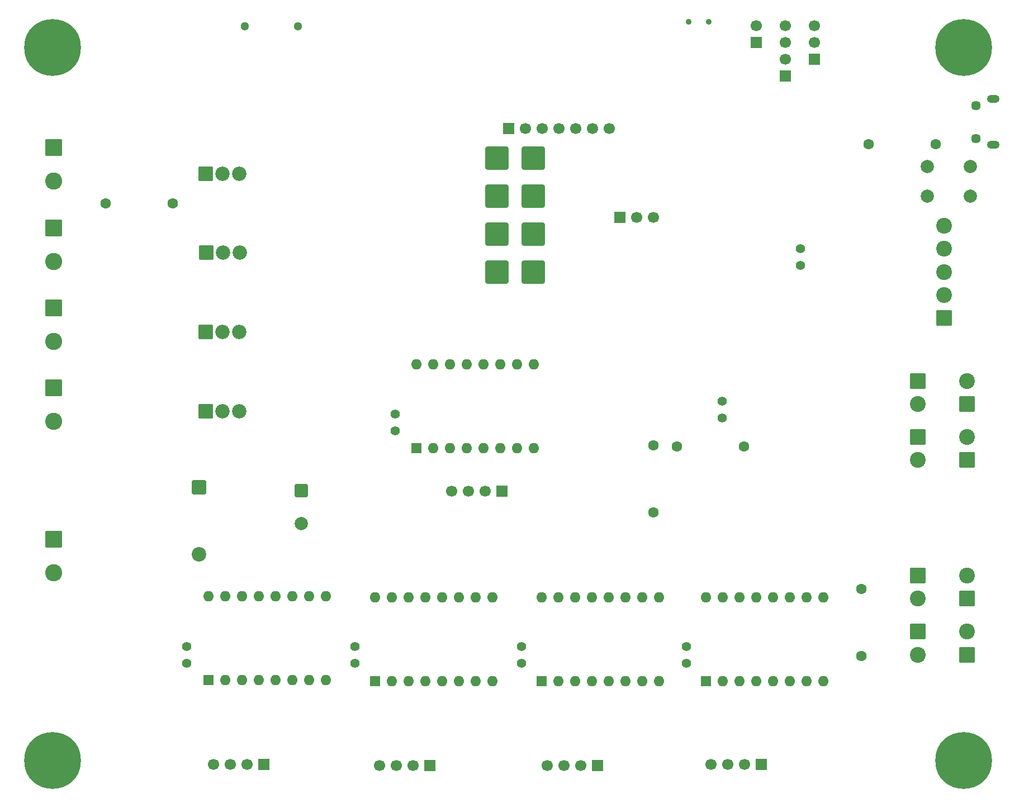
<source format=gbr>
%TF.GenerationSoftware,KiCad,Pcbnew,9.0.2*%
%TF.CreationDate,2025-07-27T13:17:30+02:00*%
%TF.ProjectId,HydrogelBioprinter,48796472-6f67-4656-9c42-696f7072696e,rev?*%
%TF.SameCoordinates,Original*%
%TF.FileFunction,Soldermask,Bot*%
%TF.FilePolarity,Negative*%
%FSLAX46Y46*%
G04 Gerber Fmt 4.6, Leading zero omitted, Abs format (unit mm)*
G04 Created by KiCad (PCBNEW 9.0.2) date 2025-07-27 13:17:30*
%MOMM*%
%LPD*%
G01*
G04 APERTURE LIST*
G04 Aperture macros list*
%AMRoundRect*
0 Rectangle with rounded corners*
0 $1 Rounding radius*
0 $2 $3 $4 $5 $6 $7 $8 $9 X,Y pos of 4 corners*
0 Add a 4 corners polygon primitive as box body*
4,1,4,$2,$3,$4,$5,$6,$7,$8,$9,$2,$3,0*
0 Add four circle primitives for the rounded corners*
1,1,$1+$1,$2,$3*
1,1,$1+$1,$4,$5*
1,1,$1+$1,$6,$7*
1,1,$1+$1,$8,$9*
0 Add four rect primitives between the rounded corners*
20,1,$1+$1,$2,$3,$4,$5,0*
20,1,$1+$1,$4,$5,$6,$7,0*
20,1,$1+$1,$6,$7,$8,$9,0*
20,1,$1+$1,$8,$9,$2,$3,0*%
G04 Aperture macros list end*
%ADD10R,1.600000X1.600000*%
%ADD11O,1.600000X1.600000*%
%ADD12RoundRect,0.250001X0.949999X-0.949999X0.949999X0.949999X-0.949999X0.949999X-0.949999X-0.949999X0*%
%ADD13C,2.400000*%
%ADD14R,1.700000X1.700000*%
%ADD15C,1.700000*%
%ADD16C,1.600000*%
%ADD17RoundRect,0.250000X-1.050000X1.050000X-1.050000X-1.050000X1.050000X-1.050000X1.050000X1.050000X0*%
%ADD18C,2.600000*%
%ADD19RoundRect,0.250000X-0.750000X0.750000X-0.750000X-0.750000X0.750000X-0.750000X0.750000X0.750000X0*%
%ADD20C,2.000000*%
%ADD21RoundRect,0.102000X-0.990000X-0.990000X0.990000X-0.990000X0.990000X0.990000X-0.990000X0.990000X0*%
%ADD22C,2.184000*%
%ADD23C,8.600000*%
%ADD24RoundRect,0.250001X-0.949999X0.949999X-0.949999X-0.949999X0.949999X-0.949999X0.949999X0.949999X0*%
%ADD25C,1.400000*%
%ADD26RoundRect,0.250002X1.499998X1.499998X-1.499998X1.499998X-1.499998X-1.499998X1.499998X-1.499998X0*%
%ADD27C,1.300000*%
%ADD28C,0.900000*%
%ADD29RoundRect,0.249999X-0.850001X0.850001X-0.850001X-0.850001X0.850001X-0.850001X0.850001X0.850001X0*%
%ADD30C,2.200000*%
%ADD31O,1.900000X1.200000*%
%ADD32C,1.450000*%
G04 APERTURE END LIST*
D10*
%TO.C,A3*%
X148030000Y-134500000D03*
D11*
X150570000Y-134500000D03*
X153110000Y-134500000D03*
X155650000Y-134500000D03*
X158190000Y-134500000D03*
X160730000Y-134500000D03*
X163270000Y-134500000D03*
X165810000Y-134500000D03*
X165810000Y-121800000D03*
X163270000Y-121800000D03*
X160730000Y-121800000D03*
X158190000Y-121800000D03*
X155650000Y-121800000D03*
X153110000Y-121800000D03*
X150570000Y-121800000D03*
X148030000Y-121800000D03*
%TD*%
D10*
%TO.C,A1*%
X97610000Y-134340000D03*
D11*
X100150000Y-134340000D03*
X102690000Y-134340000D03*
X105230000Y-134340000D03*
X107770000Y-134340000D03*
X110310000Y-134340000D03*
X112850000Y-134340000D03*
X115390000Y-134340000D03*
X115390000Y-121640000D03*
X112850000Y-121640000D03*
X110310000Y-121640000D03*
X107770000Y-121640000D03*
X105230000Y-121640000D03*
X102690000Y-121640000D03*
X100150000Y-121640000D03*
X97610000Y-121640000D03*
%TD*%
D12*
%TO.C,J35*%
X212500000Y-122000000D03*
D13*
X212500000Y-118500000D03*
%TD*%
D14*
%TO.C,J2*%
X143010000Y-50750000D03*
D15*
X145550000Y-50750000D03*
X148090000Y-50750000D03*
X150630000Y-50750000D03*
X153170000Y-50750000D03*
X155710000Y-50750000D03*
X158250000Y-50750000D03*
%TD*%
D16*
%TO.C,R2*%
X178660000Y-98950000D03*
X168500000Y-98950000D03*
%TD*%
D17*
%TO.C,J41*%
X74160000Y-53680000D03*
D18*
X74160000Y-58760000D03*
%TD*%
D17*
%TO.C,J42*%
X74160000Y-65805000D03*
D18*
X74160000Y-70885000D03*
%TD*%
D19*
%TO.C,C1*%
X111660000Y-105600000D03*
D20*
X111660000Y-110600000D03*
%TD*%
D21*
%TO.C,Q3*%
X97160000Y-57600000D03*
D22*
X99700000Y-57600000D03*
X102240000Y-57600000D03*
%TD*%
D12*
%TO.C,J32*%
X209000000Y-79500000D03*
D13*
X209000000Y-76000000D03*
X209000000Y-72500000D03*
X209000000Y-69000000D03*
X209000000Y-65500000D03*
%TD*%
D16*
%TO.C,R28*%
X92160000Y-62100000D03*
X82000000Y-62100000D03*
%TD*%
D10*
%TO.C,A4*%
X172920000Y-134490000D03*
D11*
X175460000Y-134490000D03*
X178000000Y-134490000D03*
X180540000Y-134490000D03*
X183080000Y-134490000D03*
X185620000Y-134490000D03*
X188160000Y-134490000D03*
X190700000Y-134490000D03*
X190700000Y-121790000D03*
X188160000Y-121790000D03*
X185620000Y-121790000D03*
X183080000Y-121790000D03*
X180540000Y-121790000D03*
X178000000Y-121790000D03*
X175460000Y-121790000D03*
X172920000Y-121790000D03*
%TD*%
D14*
%TO.C,J3*%
X159920000Y-64250000D03*
D15*
X162460000Y-64250000D03*
X165000000Y-64250000D03*
%TD*%
D21*
%TO.C,Q4*%
X97240000Y-69600000D03*
D22*
X99780000Y-69600000D03*
X102320000Y-69600000D03*
%TD*%
D21*
%TO.C,Q6*%
X97200000Y-93600000D03*
D22*
X99740000Y-93600000D03*
X102280000Y-93600000D03*
%TD*%
D14*
%TO.C,J21*%
X142050000Y-105700000D03*
D15*
X139510000Y-105700000D03*
X136970000Y-105700000D03*
X134430000Y-105700000D03*
%TD*%
D23*
%TO.C,H2*%
X212000000Y-38500000D03*
%TD*%
D24*
%TO.C,J40*%
X205000000Y-89000000D03*
D13*
X205000000Y-92500000D03*
%TD*%
D12*
%TO.C,J38*%
X212500000Y-101000000D03*
D13*
X212500000Y-97500000D03*
%TD*%
D25*
%TO.C,JP1*%
X94250000Y-131750000D03*
X94250000Y-129210000D03*
%TD*%
%TO.C,JP2*%
X119750000Y-131750000D03*
X119750000Y-129210000D03*
%TD*%
D14*
%TO.C,J19*%
X156530000Y-147300000D03*
D15*
X153990000Y-147300000D03*
X151450000Y-147300000D03*
X148910000Y-147300000D03*
%TD*%
D26*
%TO.C,J9*%
X146750000Y-61000000D03*
%TD*%
D10*
%TO.C,A5*%
X129120000Y-99200000D03*
D11*
X131660000Y-99200000D03*
X134200000Y-99200000D03*
X136740000Y-99200000D03*
X139280000Y-99200000D03*
X141820000Y-99200000D03*
X144360000Y-99200000D03*
X146900000Y-99200000D03*
X146900000Y-86500000D03*
X144360000Y-86500000D03*
X141820000Y-86500000D03*
X139280000Y-86500000D03*
X136740000Y-86500000D03*
X134200000Y-86500000D03*
X131660000Y-86500000D03*
X129120000Y-86500000D03*
%TD*%
D25*
%TO.C,JP4*%
X170000000Y-131750000D03*
X170000000Y-129210000D03*
%TD*%
D14*
%TO.C,J6*%
X189400000Y-40250000D03*
D15*
X189400000Y-37710000D03*
X189400000Y-35170000D03*
%TD*%
D14*
%TO.C,J20*%
X181310000Y-147150000D03*
D15*
X178770000Y-147150000D03*
X176230000Y-147150000D03*
X173690000Y-147150000D03*
%TD*%
D17*
%TO.C,J1*%
X74160000Y-113000000D03*
D18*
X74160000Y-118080000D03*
%TD*%
D24*
%TO.C,J36*%
X205000000Y-118500000D03*
D13*
X205000000Y-122000000D03*
%TD*%
D27*
%TO.C,Card1*%
X111100000Y-35290000D03*
X103100000Y-35300000D03*
%TD*%
D26*
%TO.C,J8*%
X141250000Y-55250000D03*
%TD*%
D21*
%TO.C,Q5*%
X97200000Y-81600000D03*
D22*
X99740000Y-81600000D03*
X102280000Y-81600000D03*
%TD*%
D10*
%TO.C,A2*%
X122830000Y-134500000D03*
D11*
X125370000Y-134500000D03*
X127910000Y-134500000D03*
X130450000Y-134500000D03*
X132990000Y-134500000D03*
X135530000Y-134500000D03*
X138070000Y-134500000D03*
X140610000Y-134500000D03*
X140610000Y-121800000D03*
X138070000Y-121800000D03*
X135530000Y-121800000D03*
X132990000Y-121800000D03*
X130450000Y-121800000D03*
X127910000Y-121800000D03*
X125370000Y-121800000D03*
X122830000Y-121800000D03*
%TD*%
D26*
%TO.C,J11*%
X146750000Y-66750000D03*
%TD*%
D28*
%TO.C,SW1*%
X173350000Y-34600000D03*
X170350000Y-34600000D03*
%TD*%
D24*
%TO.C,J37*%
X205000000Y-97500000D03*
D13*
X205000000Y-101000000D03*
%TD*%
D16*
%TO.C,R3*%
X165000000Y-98790000D03*
X165000000Y-108950000D03*
%TD*%
D23*
%TO.C,H1*%
X74000000Y-38500000D03*
%TD*%
D20*
%TO.C,SW2*%
X213000000Y-61000000D03*
X206500000Y-61000000D03*
X213000000Y-56500000D03*
X206500000Y-56500000D03*
%TD*%
D24*
%TO.C,J33*%
X205000000Y-127000000D03*
D13*
X205000000Y-130500000D03*
%TD*%
D26*
%TO.C,J12*%
X141250000Y-66750000D03*
%TD*%
D12*
%TO.C,J39*%
X212500000Y-92500000D03*
D13*
X212500000Y-89000000D03*
%TD*%
D16*
%TO.C,R16*%
X197540000Y-53100000D03*
X207700000Y-53100000D03*
%TD*%
D17*
%TO.C,J43*%
X74160000Y-77930000D03*
D18*
X74160000Y-83010000D03*
%TD*%
D29*
%TO.C,D1*%
X96160000Y-105100000D03*
D30*
X96160000Y-115260000D03*
%TD*%
D26*
%TO.C,J10*%
X141250000Y-61000000D03*
%TD*%
D14*
%TO.C,J4*%
X185000000Y-42820000D03*
D15*
X185000000Y-40280000D03*
X185000000Y-37740000D03*
X185000000Y-35200000D03*
%TD*%
D26*
%TO.C,J14*%
X141250000Y-72500000D03*
%TD*%
D25*
%TO.C,JP6*%
X187250000Y-71500000D03*
X187250000Y-68960000D03*
%TD*%
D14*
%TO.C,J5*%
X180600000Y-37740000D03*
D15*
X180600000Y-35200000D03*
%TD*%
D17*
%TO.C,J44*%
X74160000Y-90055000D03*
D18*
X74160000Y-95135000D03*
%TD*%
D23*
%TO.C,H3*%
X212000000Y-146500000D03*
%TD*%
D25*
%TO.C,JP5*%
X125900000Y-96540000D03*
X125900000Y-94000000D03*
%TD*%
D14*
%TO.C,J18*%
X131140000Y-147300000D03*
D15*
X128600000Y-147300000D03*
X126060000Y-147300000D03*
X123520000Y-147300000D03*
%TD*%
D31*
%TO.C,J15*%
X216500000Y-53250000D03*
D32*
X213800000Y-52250000D03*
X213800000Y-47250000D03*
D31*
X216500000Y-46250000D03*
%TD*%
D25*
%TO.C,JP3*%
X145000000Y-131750000D03*
X145000000Y-129210000D03*
%TD*%
D26*
%TO.C,J13*%
X146750000Y-72500000D03*
%TD*%
D12*
%TO.C,J34*%
X212500000Y-130500000D03*
D13*
X212500000Y-127000000D03*
%TD*%
D26*
%TO.C,J7*%
X146750000Y-55250000D03*
%TD*%
D14*
%TO.C,J17*%
X105960000Y-147140000D03*
D15*
X103420000Y-147140000D03*
X100880000Y-147140000D03*
X98340000Y-147140000D03*
%TD*%
D23*
%TO.C,H4*%
X74000000Y-146500000D03*
%TD*%
D25*
%TO.C,JP7*%
X175400000Y-92100000D03*
X175400000Y-94640000D03*
%TD*%
D16*
%TO.C,R5*%
X196500000Y-130660000D03*
X196500000Y-120500000D03*
%TD*%
M02*

</source>
